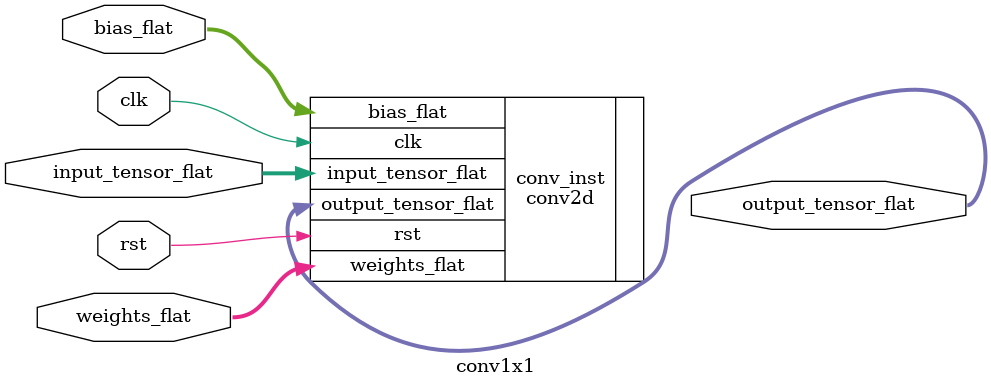
<source format=v>
module conv1x1 #(
    parameter BATCH_SIZE   = 1,
    parameter IN_CHANNELS  = 1,
    parameter OUT_CHANNELS = 1,
    parameter IN_HEIGHT    = 4,
    parameter IN_WIDTH     = 4,
    parameter STRIDE       = 1,
    parameter DATA_WIDTH   = 32
)(
    input clk,
    input rst,
    input  [BATCH_SIZE*IN_CHANNELS*IN_HEIGHT*IN_WIDTH*DATA_WIDTH-1:0] input_tensor_flat,
    input  [OUT_CHANNELS*IN_CHANNELS*1*1*DATA_WIDTH-1:0] weights_flat,
    input  [OUT_CHANNELS*DATA_WIDTH-1:0] bias_flat,
    output [BATCH_SIZE*OUT_CHANNELS*((IN_HEIGHT+0-1)/STRIDE+1)*((IN_WIDTH+0-1)/STRIDE+1)*DATA_WIDTH-1:0] output_tensor_flat
);

    conv2d #(
        .BATCH_SIZE(BATCH_SIZE),
        .IN_CHANNELS(IN_CHANNELS),
        .OUT_CHANNELS(OUT_CHANNELS),
        .IN_HEIGHT(IN_HEIGHT),
        .IN_WIDTH(IN_WIDTH),
        .KERNEL_SIZE(1),
        .STRIDE(STRIDE),
        .PADDING(0),
        .DATA_WIDTH(DATA_WIDTH)
    ) conv_inst (
        .clk(clk),
        .rst(rst),
        .input_tensor_flat(input_tensor_flat),
        .weights_flat(weights_flat),
        .bias_flat(bias_flat),
        .output_tensor_flat(output_tensor_flat)
    );

endmodule

</source>
